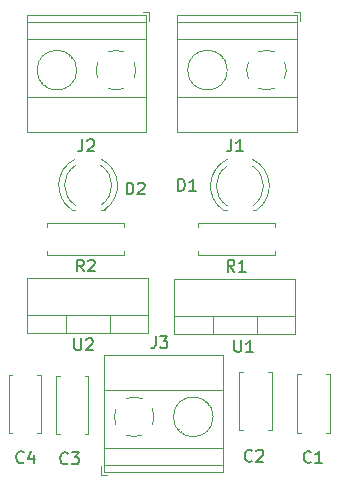
<source format=gbr>
%TF.GenerationSoftware,KiCad,Pcbnew,(7.0.0)*%
%TF.CreationDate,2023-04-15T22:01:32+02:00*%
%TF.ProjectId,incredibly_simple_voltage_regulator,696e6372-6564-4696-926c-795f73696d70,rev?*%
%TF.SameCoordinates,Original*%
%TF.FileFunction,Legend,Top*%
%TF.FilePolarity,Positive*%
%FSLAX46Y46*%
G04 Gerber Fmt 4.6, Leading zero omitted, Abs format (unit mm)*
G04 Created by KiCad (PCBNEW (7.0.0)) date 2023-04-15 22:01:32*
%MOMM*%
%LPD*%
G01*
G04 APERTURE LIST*
%ADD10C,0.150000*%
%ADD11C,0.120000*%
G04 APERTURE END LIST*
D10*
%TO.C,D1*%
X89911905Y-43452380D02*
X89911905Y-42452380D01*
X89911905Y-42452380D02*
X90150000Y-42452380D01*
X90150000Y-42452380D02*
X90292857Y-42500000D01*
X90292857Y-42500000D02*
X90388095Y-42595238D01*
X90388095Y-42595238D02*
X90435714Y-42690476D01*
X90435714Y-42690476D02*
X90483333Y-42880952D01*
X90483333Y-42880952D02*
X90483333Y-43023809D01*
X90483333Y-43023809D02*
X90435714Y-43214285D01*
X90435714Y-43214285D02*
X90388095Y-43309523D01*
X90388095Y-43309523D02*
X90292857Y-43404761D01*
X90292857Y-43404761D02*
X90150000Y-43452380D01*
X90150000Y-43452380D02*
X89911905Y-43452380D01*
X91435714Y-43452380D02*
X90864286Y-43452380D01*
X91150000Y-43452380D02*
X91150000Y-42452380D01*
X91150000Y-42452380D02*
X91054762Y-42595238D01*
X91054762Y-42595238D02*
X90959524Y-42690476D01*
X90959524Y-42690476D02*
X90864286Y-42738095D01*
%TO.C,C4*%
X76833333Y-66422142D02*
X76785714Y-66469761D01*
X76785714Y-66469761D02*
X76642857Y-66517380D01*
X76642857Y-66517380D02*
X76547619Y-66517380D01*
X76547619Y-66517380D02*
X76404762Y-66469761D01*
X76404762Y-66469761D02*
X76309524Y-66374523D01*
X76309524Y-66374523D02*
X76261905Y-66279285D01*
X76261905Y-66279285D02*
X76214286Y-66088809D01*
X76214286Y-66088809D02*
X76214286Y-65945952D01*
X76214286Y-65945952D02*
X76261905Y-65755476D01*
X76261905Y-65755476D02*
X76309524Y-65660238D01*
X76309524Y-65660238D02*
X76404762Y-65565000D01*
X76404762Y-65565000D02*
X76547619Y-65517380D01*
X76547619Y-65517380D02*
X76642857Y-65517380D01*
X76642857Y-65517380D02*
X76785714Y-65565000D01*
X76785714Y-65565000D02*
X76833333Y-65612619D01*
X77690476Y-65850714D02*
X77690476Y-66517380D01*
X77452381Y-65469761D02*
X77214286Y-66184047D01*
X77214286Y-66184047D02*
X77833333Y-66184047D01*
%TO.C,R1*%
X94683333Y-50312380D02*
X94350000Y-49836190D01*
X94111905Y-50312380D02*
X94111905Y-49312380D01*
X94111905Y-49312380D02*
X94492857Y-49312380D01*
X94492857Y-49312380D02*
X94588095Y-49360000D01*
X94588095Y-49360000D02*
X94635714Y-49407619D01*
X94635714Y-49407619D02*
X94683333Y-49502857D01*
X94683333Y-49502857D02*
X94683333Y-49645714D01*
X94683333Y-49645714D02*
X94635714Y-49740952D01*
X94635714Y-49740952D02*
X94588095Y-49788571D01*
X94588095Y-49788571D02*
X94492857Y-49836190D01*
X94492857Y-49836190D02*
X94111905Y-49836190D01*
X95635714Y-50312380D02*
X95064286Y-50312380D01*
X95350000Y-50312380D02*
X95350000Y-49312380D01*
X95350000Y-49312380D02*
X95254762Y-49455238D01*
X95254762Y-49455238D02*
X95159524Y-49550476D01*
X95159524Y-49550476D02*
X95064286Y-49598095D01*
%TO.C,U2*%
X81138095Y-55967380D02*
X81138095Y-56776904D01*
X81138095Y-56776904D02*
X81185714Y-56872142D01*
X81185714Y-56872142D02*
X81233333Y-56919761D01*
X81233333Y-56919761D02*
X81328571Y-56967380D01*
X81328571Y-56967380D02*
X81519047Y-56967380D01*
X81519047Y-56967380D02*
X81614285Y-56919761D01*
X81614285Y-56919761D02*
X81661904Y-56872142D01*
X81661904Y-56872142D02*
X81709523Y-56776904D01*
X81709523Y-56776904D02*
X81709523Y-55967380D01*
X82138095Y-56062619D02*
X82185714Y-56015000D01*
X82185714Y-56015000D02*
X82280952Y-55967380D01*
X82280952Y-55967380D02*
X82519047Y-55967380D01*
X82519047Y-55967380D02*
X82614285Y-56015000D01*
X82614285Y-56015000D02*
X82661904Y-56062619D01*
X82661904Y-56062619D02*
X82709523Y-56157857D01*
X82709523Y-56157857D02*
X82709523Y-56253095D01*
X82709523Y-56253095D02*
X82661904Y-56395952D01*
X82661904Y-56395952D02*
X82090476Y-56967380D01*
X82090476Y-56967380D02*
X82709523Y-56967380D01*
%TO.C,D2*%
X85561905Y-43767380D02*
X85561905Y-42767380D01*
X85561905Y-42767380D02*
X85800000Y-42767380D01*
X85800000Y-42767380D02*
X85942857Y-42815000D01*
X85942857Y-42815000D02*
X86038095Y-42910238D01*
X86038095Y-42910238D02*
X86085714Y-43005476D01*
X86085714Y-43005476D02*
X86133333Y-43195952D01*
X86133333Y-43195952D02*
X86133333Y-43338809D01*
X86133333Y-43338809D02*
X86085714Y-43529285D01*
X86085714Y-43529285D02*
X86038095Y-43624523D01*
X86038095Y-43624523D02*
X85942857Y-43719761D01*
X85942857Y-43719761D02*
X85800000Y-43767380D01*
X85800000Y-43767380D02*
X85561905Y-43767380D01*
X86514286Y-42862619D02*
X86561905Y-42815000D01*
X86561905Y-42815000D02*
X86657143Y-42767380D01*
X86657143Y-42767380D02*
X86895238Y-42767380D01*
X86895238Y-42767380D02*
X86990476Y-42815000D01*
X86990476Y-42815000D02*
X87038095Y-42862619D01*
X87038095Y-42862619D02*
X87085714Y-42957857D01*
X87085714Y-42957857D02*
X87085714Y-43053095D01*
X87085714Y-43053095D02*
X87038095Y-43195952D01*
X87038095Y-43195952D02*
X86466667Y-43767380D01*
X86466667Y-43767380D02*
X87085714Y-43767380D01*
%TO.C,C3*%
X80563333Y-66522142D02*
X80515714Y-66569761D01*
X80515714Y-66569761D02*
X80372857Y-66617380D01*
X80372857Y-66617380D02*
X80277619Y-66617380D01*
X80277619Y-66617380D02*
X80134762Y-66569761D01*
X80134762Y-66569761D02*
X80039524Y-66474523D01*
X80039524Y-66474523D02*
X79991905Y-66379285D01*
X79991905Y-66379285D02*
X79944286Y-66188809D01*
X79944286Y-66188809D02*
X79944286Y-66045952D01*
X79944286Y-66045952D02*
X79991905Y-65855476D01*
X79991905Y-65855476D02*
X80039524Y-65760238D01*
X80039524Y-65760238D02*
X80134762Y-65665000D01*
X80134762Y-65665000D02*
X80277619Y-65617380D01*
X80277619Y-65617380D02*
X80372857Y-65617380D01*
X80372857Y-65617380D02*
X80515714Y-65665000D01*
X80515714Y-65665000D02*
X80563333Y-65712619D01*
X80896667Y-65617380D02*
X81515714Y-65617380D01*
X81515714Y-65617380D02*
X81182381Y-65998333D01*
X81182381Y-65998333D02*
X81325238Y-65998333D01*
X81325238Y-65998333D02*
X81420476Y-66045952D01*
X81420476Y-66045952D02*
X81468095Y-66093571D01*
X81468095Y-66093571D02*
X81515714Y-66188809D01*
X81515714Y-66188809D02*
X81515714Y-66426904D01*
X81515714Y-66426904D02*
X81468095Y-66522142D01*
X81468095Y-66522142D02*
X81420476Y-66569761D01*
X81420476Y-66569761D02*
X81325238Y-66617380D01*
X81325238Y-66617380D02*
X81039524Y-66617380D01*
X81039524Y-66617380D02*
X80944286Y-66569761D01*
X80944286Y-66569761D02*
X80896667Y-66522142D01*
%TO.C,J2*%
X81816666Y-39117380D02*
X81816666Y-39831666D01*
X81816666Y-39831666D02*
X81769047Y-39974523D01*
X81769047Y-39974523D02*
X81673809Y-40069761D01*
X81673809Y-40069761D02*
X81530952Y-40117380D01*
X81530952Y-40117380D02*
X81435714Y-40117380D01*
X82245238Y-39212619D02*
X82292857Y-39165000D01*
X82292857Y-39165000D02*
X82388095Y-39117380D01*
X82388095Y-39117380D02*
X82626190Y-39117380D01*
X82626190Y-39117380D02*
X82721428Y-39165000D01*
X82721428Y-39165000D02*
X82769047Y-39212619D01*
X82769047Y-39212619D02*
X82816666Y-39307857D01*
X82816666Y-39307857D02*
X82816666Y-39403095D01*
X82816666Y-39403095D02*
X82769047Y-39545952D01*
X82769047Y-39545952D02*
X82197619Y-40117380D01*
X82197619Y-40117380D02*
X82816666Y-40117380D01*
%TO.C,C2*%
X96163333Y-66307142D02*
X96115714Y-66354761D01*
X96115714Y-66354761D02*
X95972857Y-66402380D01*
X95972857Y-66402380D02*
X95877619Y-66402380D01*
X95877619Y-66402380D02*
X95734762Y-66354761D01*
X95734762Y-66354761D02*
X95639524Y-66259523D01*
X95639524Y-66259523D02*
X95591905Y-66164285D01*
X95591905Y-66164285D02*
X95544286Y-65973809D01*
X95544286Y-65973809D02*
X95544286Y-65830952D01*
X95544286Y-65830952D02*
X95591905Y-65640476D01*
X95591905Y-65640476D02*
X95639524Y-65545238D01*
X95639524Y-65545238D02*
X95734762Y-65450000D01*
X95734762Y-65450000D02*
X95877619Y-65402380D01*
X95877619Y-65402380D02*
X95972857Y-65402380D01*
X95972857Y-65402380D02*
X96115714Y-65450000D01*
X96115714Y-65450000D02*
X96163333Y-65497619D01*
X96544286Y-65497619D02*
X96591905Y-65450000D01*
X96591905Y-65450000D02*
X96687143Y-65402380D01*
X96687143Y-65402380D02*
X96925238Y-65402380D01*
X96925238Y-65402380D02*
X97020476Y-65450000D01*
X97020476Y-65450000D02*
X97068095Y-65497619D01*
X97068095Y-65497619D02*
X97115714Y-65592857D01*
X97115714Y-65592857D02*
X97115714Y-65688095D01*
X97115714Y-65688095D02*
X97068095Y-65830952D01*
X97068095Y-65830952D02*
X96496667Y-66402380D01*
X96496667Y-66402380D02*
X97115714Y-66402380D01*
%TO.C,J1*%
X94416666Y-39117380D02*
X94416666Y-39831666D01*
X94416666Y-39831666D02*
X94369047Y-39974523D01*
X94369047Y-39974523D02*
X94273809Y-40069761D01*
X94273809Y-40069761D02*
X94130952Y-40117380D01*
X94130952Y-40117380D02*
X94035714Y-40117380D01*
X95416666Y-40117380D02*
X94845238Y-40117380D01*
X95130952Y-40117380D02*
X95130952Y-39117380D01*
X95130952Y-39117380D02*
X95035714Y-39260238D01*
X95035714Y-39260238D02*
X94940476Y-39355476D01*
X94940476Y-39355476D02*
X94845238Y-39403095D01*
%TO.C,U1*%
X94688095Y-56117380D02*
X94688095Y-56926904D01*
X94688095Y-56926904D02*
X94735714Y-57022142D01*
X94735714Y-57022142D02*
X94783333Y-57069761D01*
X94783333Y-57069761D02*
X94878571Y-57117380D01*
X94878571Y-57117380D02*
X95069047Y-57117380D01*
X95069047Y-57117380D02*
X95164285Y-57069761D01*
X95164285Y-57069761D02*
X95211904Y-57022142D01*
X95211904Y-57022142D02*
X95259523Y-56926904D01*
X95259523Y-56926904D02*
X95259523Y-56117380D01*
X96259523Y-57117380D02*
X95688095Y-57117380D01*
X95973809Y-57117380D02*
X95973809Y-56117380D01*
X95973809Y-56117380D02*
X95878571Y-56260238D01*
X95878571Y-56260238D02*
X95783333Y-56355476D01*
X95783333Y-56355476D02*
X95688095Y-56403095D01*
%TO.C,J3*%
X88016666Y-55787380D02*
X88016666Y-56501666D01*
X88016666Y-56501666D02*
X87969047Y-56644523D01*
X87969047Y-56644523D02*
X87873809Y-56739761D01*
X87873809Y-56739761D02*
X87730952Y-56787380D01*
X87730952Y-56787380D02*
X87635714Y-56787380D01*
X88397619Y-55787380D02*
X89016666Y-55787380D01*
X89016666Y-55787380D02*
X88683333Y-56168333D01*
X88683333Y-56168333D02*
X88826190Y-56168333D01*
X88826190Y-56168333D02*
X88921428Y-56215952D01*
X88921428Y-56215952D02*
X88969047Y-56263571D01*
X88969047Y-56263571D02*
X89016666Y-56358809D01*
X89016666Y-56358809D02*
X89016666Y-56596904D01*
X89016666Y-56596904D02*
X88969047Y-56692142D01*
X88969047Y-56692142D02*
X88921428Y-56739761D01*
X88921428Y-56739761D02*
X88826190Y-56787380D01*
X88826190Y-56787380D02*
X88540476Y-56787380D01*
X88540476Y-56787380D02*
X88445238Y-56739761D01*
X88445238Y-56739761D02*
X88397619Y-56692142D01*
%TO.C,C1*%
X101163333Y-66407142D02*
X101115714Y-66454761D01*
X101115714Y-66454761D02*
X100972857Y-66502380D01*
X100972857Y-66502380D02*
X100877619Y-66502380D01*
X100877619Y-66502380D02*
X100734762Y-66454761D01*
X100734762Y-66454761D02*
X100639524Y-66359523D01*
X100639524Y-66359523D02*
X100591905Y-66264285D01*
X100591905Y-66264285D02*
X100544286Y-66073809D01*
X100544286Y-66073809D02*
X100544286Y-65930952D01*
X100544286Y-65930952D02*
X100591905Y-65740476D01*
X100591905Y-65740476D02*
X100639524Y-65645238D01*
X100639524Y-65645238D02*
X100734762Y-65550000D01*
X100734762Y-65550000D02*
X100877619Y-65502380D01*
X100877619Y-65502380D02*
X100972857Y-65502380D01*
X100972857Y-65502380D02*
X101115714Y-65550000D01*
X101115714Y-65550000D02*
X101163333Y-65597619D01*
X102115714Y-66502380D02*
X101544286Y-66502380D01*
X101830000Y-66502380D02*
X101830000Y-65502380D01*
X101830000Y-65502380D02*
X101734762Y-65645238D01*
X101734762Y-65645238D02*
X101639524Y-65740476D01*
X101639524Y-65740476D02*
X101544286Y-65788095D01*
%TO.C,R2*%
X81933333Y-50287380D02*
X81600000Y-49811190D01*
X81361905Y-50287380D02*
X81361905Y-49287380D01*
X81361905Y-49287380D02*
X81742857Y-49287380D01*
X81742857Y-49287380D02*
X81838095Y-49335000D01*
X81838095Y-49335000D02*
X81885714Y-49382619D01*
X81885714Y-49382619D02*
X81933333Y-49477857D01*
X81933333Y-49477857D02*
X81933333Y-49620714D01*
X81933333Y-49620714D02*
X81885714Y-49715952D01*
X81885714Y-49715952D02*
X81838095Y-49763571D01*
X81838095Y-49763571D02*
X81742857Y-49811190D01*
X81742857Y-49811190D02*
X81361905Y-49811190D01*
X82314286Y-49382619D02*
X82361905Y-49335000D01*
X82361905Y-49335000D02*
X82457143Y-49287380D01*
X82457143Y-49287380D02*
X82695238Y-49287380D01*
X82695238Y-49287380D02*
X82790476Y-49335000D01*
X82790476Y-49335000D02*
X82838095Y-49382619D01*
X82838095Y-49382619D02*
X82885714Y-49477857D01*
X82885714Y-49477857D02*
X82885714Y-49573095D01*
X82885714Y-49573095D02*
X82838095Y-49715952D01*
X82838095Y-49715952D02*
X82266667Y-50287380D01*
X82266667Y-50287380D02*
X82885714Y-50287380D01*
D11*
%TO.C,D1*%
X96548749Y-45114999D02*
G75*
G03*
X96230724Y-40811759I-1398749J2059999D01*
G01*
X96229999Y-44738329D02*
G75*
G03*
X96230960Y-41372288I-1079999J1683329D01*
G01*
X94069276Y-40811759D02*
G75*
G03*
X93751251Y-45114999I1080724J-2243241D01*
G01*
X94069040Y-41372288D02*
G75*
G03*
X94070001Y-44738329I1080960J-1682712D01*
G01*
X96230000Y-45115000D02*
X96549000Y-45115000D01*
X93751000Y-45115000D02*
X94070000Y-45115000D01*
%TO.C,C4*%
X78320000Y-59030000D02*
X78005000Y-59030000D01*
X78320000Y-59030000D02*
X78320000Y-63970000D01*
X75895000Y-59030000D02*
X75580000Y-59030000D01*
X75580000Y-59030000D02*
X75580000Y-63970000D01*
X78320000Y-63970000D02*
X78005000Y-63970000D01*
X75895000Y-63970000D02*
X75580000Y-63970000D01*
%TO.C,R1*%
X91580000Y-46175000D02*
X91580000Y-46505000D01*
X91580000Y-48915000D02*
X91580000Y-48585000D01*
X98120000Y-46175000D02*
X91580000Y-46175000D01*
X98120000Y-46505000D02*
X98120000Y-46175000D01*
X98120000Y-48585000D02*
X98120000Y-48915000D01*
X98120000Y-48915000D02*
X91580000Y-48915000D01*
%TO.C,U2*%
X87380000Y-55470000D02*
X87380000Y-50829000D01*
X87380000Y-55470000D02*
X77140000Y-55470000D01*
X87380000Y-53960000D02*
X77140000Y-53960000D01*
X87380000Y-50829000D02*
X77140000Y-50829000D01*
X84110000Y-55470000D02*
X84110000Y-53960000D01*
X80409000Y-55470000D02*
X80409000Y-53960000D01*
X77140000Y-55470000D02*
X77140000Y-50829000D01*
%TO.C,D2*%
X80901000Y-45065000D02*
X81220000Y-45065000D01*
X83380000Y-45065000D02*
X83699000Y-45065000D01*
X81219276Y-40761759D02*
G75*
G03*
X80901251Y-45064999I1080724J-2243241D01*
G01*
X81219040Y-41322288D02*
G75*
G03*
X81220001Y-44688329I1080960J-1682712D01*
G01*
X83379999Y-44688329D02*
G75*
G03*
X83380960Y-41322288I-1079999J1683329D01*
G01*
X83698749Y-45064999D02*
G75*
G03*
X83380724Y-40761759I-1398749J2059999D01*
G01*
%TO.C,C3*%
X82310000Y-59150000D02*
X81995000Y-59150000D01*
X82310000Y-59150000D02*
X82310000Y-64090000D01*
X79885000Y-59150000D02*
X79570000Y-59150000D01*
X79570000Y-59150000D02*
X79570000Y-64090000D01*
X82310000Y-64090000D02*
X81995000Y-64090000D01*
X79885000Y-64090000D02*
X79570000Y-64090000D01*
%TO.C,J2*%
X87450000Y-29090000D02*
X87450000Y-28350000D01*
X87450000Y-28350000D02*
X86950000Y-28350000D01*
X87210000Y-38511000D02*
X87210000Y-28590000D01*
X87210000Y-38511000D02*
X77090000Y-38511000D01*
X87210000Y-35551000D02*
X77090000Y-35551000D01*
X87210000Y-30650000D02*
X77090000Y-30650000D01*
X87210000Y-29150000D02*
X77090000Y-29150000D01*
X87210000Y-28590000D02*
X77090000Y-28590000D01*
X80877000Y-32227000D02*
X80924000Y-32181000D01*
X80684000Y-32011000D02*
X80719000Y-31976000D01*
X78580000Y-34525000D02*
X78615000Y-34489000D01*
X78375000Y-34319000D02*
X78422000Y-34273000D01*
X77090000Y-38511000D02*
X77090000Y-28590000D01*
X86184999Y-33933999D02*
G75*
G03*
X86185426Y-32566958I-1534992J684000D01*
G01*
X83966001Y-34784999D02*
G75*
G03*
X85333042Y-34785426I684000J1534992D01*
G01*
X85334000Y-31715001D02*
G75*
G03*
X84621195Y-31569748I-683999J-1535000D01*
G01*
X84650000Y-31570001D02*
G75*
G03*
X83966682Y-31715245I0J-1679999D01*
G01*
X83115000Y-32566000D02*
G75*
G03*
X83114574Y-33933042I1535000J-684000D01*
G01*
X81330000Y-33250000D02*
G75*
G03*
X81330000Y-33250000I-1680000J0D01*
G01*
%TO.C,C2*%
X95425000Y-63755000D02*
X95110000Y-63755000D01*
X97850000Y-63755000D02*
X97535000Y-63755000D01*
X95110000Y-58815000D02*
X95110000Y-63755000D01*
X95425000Y-58815000D02*
X95110000Y-58815000D01*
X97850000Y-58815000D02*
X97850000Y-63755000D01*
X97850000Y-58815000D02*
X97535000Y-58815000D01*
%TO.C,J1*%
X100200000Y-29085000D02*
X100200000Y-28345000D01*
X100200000Y-28345000D02*
X99700000Y-28345000D01*
X99960000Y-38506000D02*
X99960000Y-28585000D01*
X99960000Y-38506000D02*
X89840000Y-38506000D01*
X99960000Y-35546000D02*
X89840000Y-35546000D01*
X99960000Y-30645000D02*
X89840000Y-30645000D01*
X99960000Y-29145000D02*
X89840000Y-29145000D01*
X99960000Y-28585000D02*
X89840000Y-28585000D01*
X93627000Y-32222000D02*
X93674000Y-32176000D01*
X93434000Y-32006000D02*
X93469000Y-31971000D01*
X91330000Y-34520000D02*
X91365000Y-34484000D01*
X91125000Y-34314000D02*
X91172000Y-34268000D01*
X89840000Y-38506000D02*
X89840000Y-28585000D01*
X98934999Y-33928999D02*
G75*
G03*
X98935426Y-32561958I-1534992J684000D01*
G01*
X96716001Y-34779999D02*
G75*
G03*
X98083042Y-34780426I684000J1534992D01*
G01*
X98084000Y-31710001D02*
G75*
G03*
X97371195Y-31564748I-683999J-1535000D01*
G01*
X97400000Y-31565001D02*
G75*
G03*
X96716682Y-31710245I0J-1679999D01*
G01*
X95865000Y-32561000D02*
G75*
G03*
X95864574Y-33928042I1535000J-684000D01*
G01*
X94080000Y-33245000D02*
G75*
G03*
X94080000Y-33245000I-1680000J0D01*
G01*
%TO.C,U1*%
X89600000Y-55615000D02*
X89600000Y-50974000D01*
X92869000Y-55615000D02*
X92869000Y-54105000D01*
X96570000Y-55615000D02*
X96570000Y-54105000D01*
X99840000Y-50974000D02*
X89600000Y-50974000D01*
X99840000Y-54105000D02*
X89600000Y-54105000D01*
X99840000Y-55615000D02*
X89600000Y-55615000D01*
X99840000Y-55615000D02*
X99840000Y-50974000D01*
%TO.C,J3*%
X92880000Y-62600000D02*
G75*
G03*
X92880000Y-62600000I-1680000J0D01*
G01*
X87735000Y-63284000D02*
G75*
G03*
X87735426Y-61916958I-1535000J684000D01*
G01*
X86200000Y-64279999D02*
G75*
G03*
X86883318Y-64134755I0J1679999D01*
G01*
X85516000Y-64134999D02*
G75*
G03*
X86228805Y-64280252I683999J1535000D01*
G01*
X86883999Y-61065001D02*
G75*
G03*
X85516958Y-61064574I-684000J-1534992D01*
G01*
X84665001Y-61916001D02*
G75*
G03*
X84664574Y-63283042I1534992J-684000D01*
G01*
X93760000Y-57339000D02*
X93760000Y-67260000D01*
X92475000Y-61531000D02*
X92428000Y-61577000D01*
X92270000Y-61325000D02*
X92235000Y-61361000D01*
X90166000Y-63839000D02*
X90131000Y-63874000D01*
X89973000Y-63623000D02*
X89926000Y-63669000D01*
X83640000Y-67260000D02*
X93760000Y-67260000D01*
X83640000Y-66700000D02*
X93760000Y-66700000D01*
X83640000Y-65200000D02*
X93760000Y-65200000D01*
X83640000Y-60299000D02*
X93760000Y-60299000D01*
X83640000Y-57339000D02*
X93760000Y-57339000D01*
X83640000Y-57339000D02*
X83640000Y-67260000D01*
X83400000Y-67500000D02*
X83900000Y-67500000D01*
X83400000Y-66760000D02*
X83400000Y-67500000D01*
%TO.C,C1*%
X100325000Y-63955000D02*
X100010000Y-63955000D01*
X102750000Y-63955000D02*
X102435000Y-63955000D01*
X100010000Y-59015000D02*
X100010000Y-63955000D01*
X100325000Y-59015000D02*
X100010000Y-59015000D01*
X102750000Y-59015000D02*
X102750000Y-63955000D01*
X102750000Y-59015000D02*
X102435000Y-59015000D01*
%TO.C,R2*%
X85370000Y-48920000D02*
X78830000Y-48920000D01*
X85370000Y-48590000D02*
X85370000Y-48920000D01*
X85370000Y-46510000D02*
X85370000Y-46180000D01*
X85370000Y-46180000D02*
X78830000Y-46180000D01*
X78830000Y-48920000D02*
X78830000Y-48590000D01*
X78830000Y-46180000D02*
X78830000Y-46510000D01*
%TD*%
M02*

</source>
